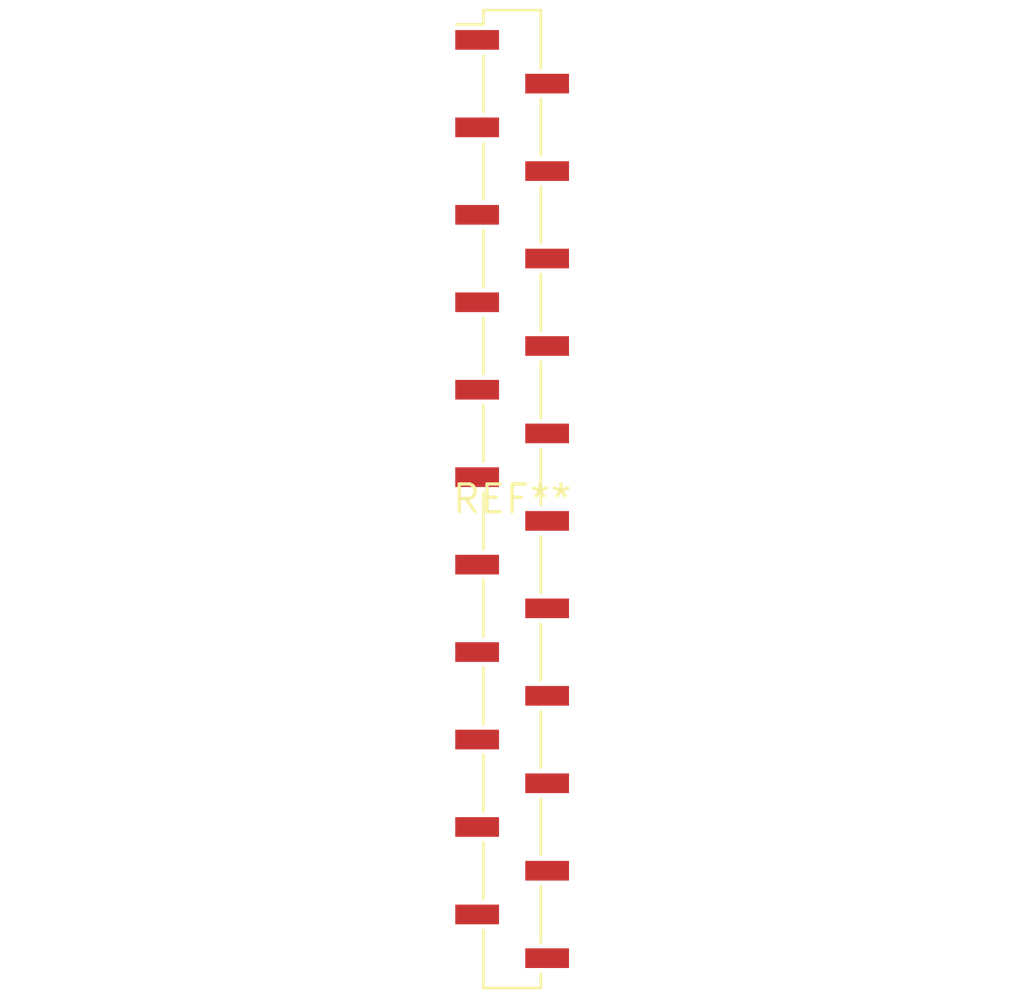
<source format=kicad_pcb>
(kicad_pcb (version 20240108) (generator pcbnew)
  (layers (0 "F.Cu" signal) (31 "B.Cu" signal) (34 "B.Paste" user) (35 "F.Paste" user) (36 "B.SilkS" user "B.Silkscreen") (37 "F.SilkS" user "F.Silkscreen") (38 "B.Mask" user) (39 "F.Mask" user) (44 "Edge.Cuts" user))
  (net 0 "")
  (footprint "PinSocket_1x22_P2.00mm_Vertical_SMD_Pin1Left" (layer "F.Cu") (at 0 0)
    (property "Reference" "REF**")
    (property "Value" "PinSocket_1x22_P2.00mm_Vertical_SMD_Pin1Left")
    (fp_line (start -2.54 -21.71) (end -1.31 -21.71) (layer "F.SilkS") (stroke (width 0.12)))
    (fp_line (start -1.31 -22.36) (end -1.31 -21.71) (layer "F.SilkS") (stroke (width 0.12)))
    (fp_line (start -1.31 -22.36) (end 1.31 -22.36) (layer "F.SilkS") (stroke (width 0.12)))
    (fp_line (start -1.31 -20.29) (end -1.31 -17.71) (layer "F.SilkS") (stroke (width 0.12)))
    (fp_line (start -1.31 -16.29) (end -1.31 -13.71) (layer "F.SilkS") (stroke (width 0.12)))
    (fp_line (start -1.31 -12.29) (end -1.31 -9.71) (layer "F.SilkS") (stroke (width 0.12)))
    (fp_line (start -1.31 -8.29) (end -1.31 -5.71) (layer "F.SilkS") (stroke (width 0.12)))
    (fp_line (start -1.31 -4.29) (end -1.31 -1.71) (layer "F.SilkS") (stroke (width 0.12)))
    (fp_line (start -1.31 -0.29) (end -1.31 2.29) (layer "F.SilkS") (stroke (width 0.12)))
    (fp_line (start -1.31 3.71) (end -1.31 6.29) (layer "F.SilkS") (stroke (width 0.12)))
    (fp_line (start -1.31 7.71) (end -1.31 10.29) (layer "F.SilkS") (stroke (width 0.12)))
    (fp_line (start -1.31 11.71) (end -1.31 14.29) (layer "F.SilkS") (stroke (width 0.12)))
    (fp_line (start -1.31 15.71) (end -1.31 18.29) (layer "F.SilkS") (stroke (width 0.12)))
    (fp_line (start -1.31 19.71) (end -1.31 22.36) (layer "F.SilkS") (stroke (width 0.12)))
    (fp_line (start -1.31 22.36) (end 1.31 22.36) (layer "F.SilkS") (stroke (width 0.12)))
    (fp_line (start 1.31 -22.36) (end 1.31 -19.71) (layer "F.SilkS") (stroke (width 0.12)))
    (fp_line (start 1.31 -18.29) (end 1.31 -15.71) (layer "F.SilkS") (stroke (width 0.12)))
    (fp_line (start 1.31 -14.29) (end 1.31 -11.71) (layer "F.SilkS") (stroke (width 0.12)))
    (fp_line (start 1.31 -10.29) (end 1.31 -7.71) (layer "F.SilkS") (stroke (width 0.12)))
    (fp_line (start 1.31 -6.29) (end 1.31 -3.71) (layer "F.SilkS") (stroke (width 0.12)))
    (fp_line (start 1.31 -2.29) (end 1.31 0.29) (layer "F.SilkS") (stroke (width 0.12)))
    (fp_line (start 1.31 1.71) (end 1.31 4.29) (layer "F.SilkS") (stroke (width 0.12)))
    (fp_line (start 1.31 5.71) (end 1.31 8.29) (layer "F.SilkS") (stroke (width 0.12)))
    (fp_line (start 1.31 9.71) (end 1.31 12.29) (layer "F.SilkS") (stroke (width 0.12)))
    (fp_line (start 1.31 13.71) (end 1.31 16.29) (layer "F.SilkS") (stroke (width 0.12)))
    (fp_line (start 1.31 17.71) (end 1.31 20.29) (layer "F.SilkS") (stroke (width 0.12)))
    (fp_line (start 1.31 21.71) (end 1.31 22.36) (layer "F.SilkS") (stroke (width 0.12)))
    (pad "1" smd rect (at -1.6 -21) (size 2 0.9) (layers "F.Cu" "F.Paste" "F.Mask"))
    (pad "2" smd rect (at 1.6 -19) (size 2 0.9) (layers "F.Cu" "F.Paste" "F.Mask"))
    (pad "3" smd rect (at -1.6 -17) (size 2 0.9) (layers "F.Cu" "F.Paste" "F.Mask"))
    (pad "4" smd rect (at 1.6 -15) (size 2 0.9) (layers "F.Cu" "F.Paste" "F.Mask"))
    (pad "5" smd rect (at -1.6 -13) (size 2 0.9) (layers "F.Cu" "F.Paste" "F.Mask"))
    (pad "6" smd rect (at 1.6 -11) (size 2 0.9) (layers "F.Cu" "F.Paste" "F.Mask"))
    (pad "7" smd rect (at -1.6 -9) (size 2 0.9) (layers "F.Cu" "F.Paste" "F.Mask"))
    (pad "8" smd rect (at 1.6 -7) (size 2 0.9) (layers "F.Cu" "F.Paste" "F.Mask"))
    (pad "9" smd rect (at -1.6 -5) (size 2 0.9) (layers "F.Cu" "F.Paste" "F.Mask"))
    (pad "10" smd rect (at 1.6 -3) (size 2 0.9) (layers "F.Cu" "F.Paste" "F.Mask"))
    (pad "11" smd rect (at -1.6 -1) (size 2 0.9) (layers "F.Cu" "F.Paste" "F.Mask"))
    (pad "12" smd rect (at 1.6 1) (size 2 0.9) (layers "F.Cu" "F.Paste" "F.Mask"))
    (pad "13" smd rect (at -1.6 3) (size 2 0.9) (layers "F.Cu" "F.Paste" "F.Mask"))
    (pad "14" smd rect (at 1.6 5) (size 2 0.9) (layers "F.Cu" "F.Paste" "F.Mask"))
    (pad "15" smd rect (at -1.6 7) (size 2 0.9) (layers "F.Cu" "F.Paste" "F.Mask"))
    (pad "16" smd rect (at 1.6 9) (size 2 0.9) (layers "F.Cu" "F.Paste" "F.Mask"))
    (pad "17" smd rect (at -1.6 11) (size 2 0.9) (layers "F.Cu" "F.Paste" "F.Mask"))
    (pad "18" smd rect (at 1.6 13) (size 2 0.9) (layers "F.Cu" "F.Paste" "F.Mask"))
    (pad "19" smd rect (at -1.6 15) (size 2 0.9) (layers "F.Cu" "F.Paste" "F.Mask"))
    (pad "20" smd rect (at 1.6 17) (size 2 0.9) (layers "F.Cu" "F.Paste" "F.Mask"))
    (pad "21" smd rect (at -1.6 19) (size 2 0.9) (layers "F.Cu" "F.Paste" "F.Mask"))
    (pad "22" smd rect (at 1.6 21) (size 2 0.9) (layers "F.Cu" "F.Paste" "F.Mask"))
  )
)
</source>
